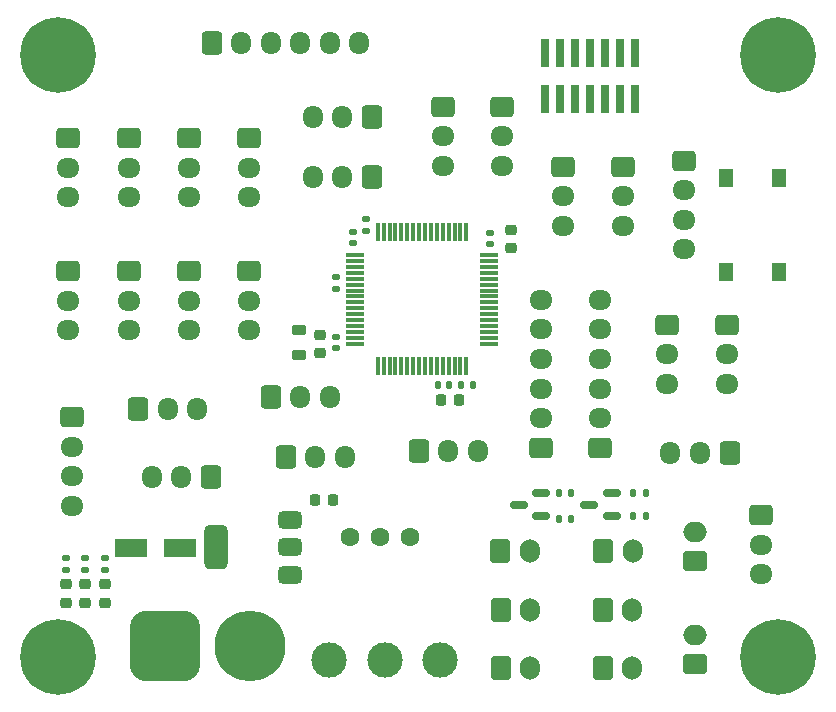
<source format=gbr>
%TF.GenerationSoftware,KiCad,Pcbnew,9.0.0*%
%TF.CreationDate,2025-03-20T15:50:57+01:00*%
%TF.ProjectId,PCB_Aquarium2,5043425f-4171-4756-9172-69756d322e6b,rev?*%
%TF.SameCoordinates,Original*%
%TF.FileFunction,Soldermask,Top*%
%TF.FilePolarity,Negative*%
%FSLAX46Y46*%
G04 Gerber Fmt 4.6, Leading zero omitted, Abs format (unit mm)*
G04 Created by KiCad (PCBNEW 9.0.0) date 2025-03-20 15:50:57*
%MOMM*%
%LPD*%
G01*
G04 APERTURE LIST*
G04 Aperture macros list*
%AMRoundRect*
0 Rectangle with rounded corners*
0 $1 Rounding radius*
0 $2 $3 $4 $5 $6 $7 $8 $9 X,Y pos of 4 corners*
0 Add a 4 corners polygon primitive as box body*
4,1,4,$2,$3,$4,$5,$6,$7,$8,$9,$2,$3,0*
0 Add four circle primitives for the rounded corners*
1,1,$1+$1,$2,$3*
1,1,$1+$1,$4,$5*
1,1,$1+$1,$6,$7*
1,1,$1+$1,$8,$9*
0 Add four rect primitives between the rounded corners*
20,1,$1+$1,$2,$3,$4,$5,0*
20,1,$1+$1,$4,$5,$6,$7,0*
20,1,$1+$1,$6,$7,$8,$9,0*
20,1,$1+$1,$8,$9,$2,$3,0*%
G04 Aperture macros list end*
%ADD10RoundRect,0.250000X-0.725000X0.600000X-0.725000X-0.600000X0.725000X-0.600000X0.725000X0.600000X0*%
%ADD11O,1.950000X1.700000*%
%ADD12RoundRect,0.225000X0.250000X-0.225000X0.250000X0.225000X-0.250000X0.225000X-0.250000X-0.225000X0*%
%ADD13RoundRect,0.250000X0.750000X-0.600000X0.750000X0.600000X-0.750000X0.600000X-0.750000X-0.600000X0*%
%ADD14O,2.000000X1.700000*%
%ADD15RoundRect,0.375000X0.625000X0.375000X-0.625000X0.375000X-0.625000X-0.375000X0.625000X-0.375000X0*%
%ADD16RoundRect,0.500000X0.500000X1.400000X-0.500000X1.400000X-0.500000X-1.400000X0.500000X-1.400000X0*%
%ADD17RoundRect,0.225000X-0.225000X-0.250000X0.225000X-0.250000X0.225000X0.250000X-0.225000X0.250000X0*%
%ADD18RoundRect,0.250000X-0.600000X-0.725000X0.600000X-0.725000X0.600000X0.725000X-0.600000X0.725000X0*%
%ADD19O,1.700000X1.950000*%
%ADD20RoundRect,0.250000X0.725000X-0.600000X0.725000X0.600000X-0.725000X0.600000X-0.725000X-0.600000X0*%
%ADD21RoundRect,0.218750X0.256250X-0.218750X0.256250X0.218750X-0.256250X0.218750X-0.256250X-0.218750X0*%
%ADD22C,0.800000*%
%ADD23C,6.400000*%
%ADD24RoundRect,0.250000X0.600000X0.725000X-0.600000X0.725000X-0.600000X-0.725000X0.600000X-0.725000X0*%
%ADD25R,0.740000X2.400000*%
%ADD26RoundRect,0.140000X0.140000X0.170000X-0.140000X0.170000X-0.140000X-0.170000X0.140000X-0.170000X0*%
%ADD27RoundRect,0.218750X0.381250X-0.218750X0.381250X0.218750X-0.381250X0.218750X-0.381250X-0.218750X0*%
%ADD28RoundRect,0.250000X-0.600000X-0.750000X0.600000X-0.750000X0.600000X0.750000X-0.600000X0.750000X0*%
%ADD29O,1.700000X2.000000*%
%ADD30RoundRect,0.140000X0.170000X-0.140000X0.170000X0.140000X-0.170000X0.140000X-0.170000X-0.140000X0*%
%ADD31RoundRect,0.150000X0.587500X0.150000X-0.587500X0.150000X-0.587500X-0.150000X0.587500X-0.150000X0*%
%ADD32RoundRect,0.135000X-0.185000X0.135000X-0.185000X-0.135000X0.185000X-0.135000X0.185000X0.135000X0*%
%ADD33RoundRect,0.135000X0.135000X0.185000X-0.135000X0.185000X-0.135000X-0.185000X0.135000X-0.185000X0*%
%ADD34R,1.300000X1.550000*%
%ADD35C,3.000000*%
%ADD36RoundRect,0.225000X0.225000X0.250000X-0.225000X0.250000X-0.225000X-0.250000X0.225000X-0.250000X0*%
%ADD37RoundRect,1.500000X-1.500000X-1.500000X1.500000X-1.500000X1.500000X1.500000X-1.500000X1.500000X0*%
%ADD38C,6.000000*%
%ADD39RoundRect,0.135000X-0.135000X-0.185000X0.135000X-0.185000X0.135000X0.185000X-0.135000X0.185000X0*%
%ADD40RoundRect,0.075000X-0.700000X-0.075000X0.700000X-0.075000X0.700000X0.075000X-0.700000X0.075000X0*%
%ADD41RoundRect,0.075000X-0.075000X-0.700000X0.075000X-0.700000X0.075000X0.700000X-0.075000X0.700000X0*%
%ADD42RoundRect,0.250000X1.137500X0.550000X-1.137500X0.550000X-1.137500X-0.550000X1.137500X-0.550000X0*%
%ADD43C,1.600000*%
%ADD44RoundRect,0.225000X-0.250000X0.225000X-0.250000X-0.225000X0.250000X-0.225000X0.250000X0.225000X0*%
%ADD45RoundRect,0.140000X-0.170000X0.140000X-0.170000X-0.140000X0.170000X-0.140000X0.170000X0.140000X0*%
G04 APERTURE END LIST*
D10*
%TO.C,J38*%
X121230000Y-108660000D03*
D11*
X121230000Y-111160000D03*
X121230000Y-113660000D03*
X121230000Y-116160000D03*
%TD*%
D12*
%TO.C,C1*%
X158380000Y-94390000D03*
X158380000Y-92840000D03*
%TD*%
D10*
%TO.C,J11*%
X120900000Y-85050000D03*
D11*
X120900000Y-87550000D03*
X120900000Y-90050000D03*
%TD*%
D13*
%TO.C,J4*%
X174000000Y-120870000D03*
D14*
X174000000Y-118370000D03*
%TD*%
D10*
%TO.C,J25*%
X157650000Y-82400000D03*
D11*
X157650000Y-84900000D03*
X157650000Y-87400000D03*
%TD*%
D15*
%TO.C,U3*%
X139700000Y-122000000D03*
X139700000Y-119700000D03*
D16*
X133400000Y-119700000D03*
D15*
X139700000Y-117400000D03*
%TD*%
D10*
%TO.C,J36*%
X171600000Y-100850000D03*
D11*
X171600000Y-103350000D03*
X171600000Y-105850000D03*
%TD*%
D17*
%TO.C,C38*%
X141800000Y-115700000D03*
X143350000Y-115700000D03*
%TD*%
D18*
%TO.C,J19*%
X150550000Y-111550000D03*
D19*
X153050000Y-111550000D03*
X155550000Y-111550000D03*
%TD*%
D20*
%TO.C,J2*%
X160950000Y-111250000D03*
D11*
X160950000Y-108750000D03*
X160950000Y-106250000D03*
X160950000Y-103750000D03*
X160950000Y-101250000D03*
X160950000Y-98750000D03*
%TD*%
D18*
%TO.C,J31*%
X126800000Y-108000000D03*
D19*
X129300000Y-108000000D03*
X131800000Y-108000000D03*
%TD*%
D21*
%TO.C,D2*%
X122350000Y-124387500D03*
X122350000Y-122812500D03*
%TD*%
D10*
%TO.C,J37*%
X162800000Y-87450000D03*
D11*
X162800000Y-89950000D03*
X162800000Y-92450000D03*
%TD*%
D10*
%TO.C,J29*%
X167900000Y-87450000D03*
D11*
X167900000Y-89950000D03*
X167900000Y-92450000D03*
%TD*%
D22*
%TO.C,H4*%
X117600000Y-129000000D03*
X118302944Y-127302944D03*
X118302944Y-130697056D03*
X120000000Y-126600000D03*
D23*
X120000000Y-129000000D03*
D22*
X120000000Y-131400000D03*
X121697056Y-127302944D03*
X121697056Y-130697056D03*
X122400000Y-129000000D03*
%TD*%
D10*
%TO.C,J30*%
X136200000Y-96300000D03*
D11*
X136200000Y-98800000D03*
X136200000Y-101300000D03*
%TD*%
D10*
%TO.C,J9*%
X131100000Y-85050000D03*
D11*
X131100000Y-87550000D03*
X131100000Y-90050000D03*
%TD*%
D24*
%TO.C,J15*%
X176880000Y-111730000D03*
D19*
X174380000Y-111730000D03*
X171880000Y-111730000D03*
%TD*%
D25*
%TO.C,J35*%
X168860000Y-77800000D03*
X168860000Y-81700000D03*
X167590000Y-77800000D03*
X167590000Y-81700000D03*
X166320000Y-77800000D03*
X166320000Y-81700000D03*
X165050000Y-77800000D03*
X165050000Y-81700000D03*
X163780000Y-77800000D03*
X163780000Y-81700000D03*
X162510000Y-77800000D03*
X162510000Y-81700000D03*
X161240000Y-77800000D03*
X161240000Y-81700000D03*
%TD*%
D26*
%TO.C,C4*%
X155120000Y-105930000D03*
X154160000Y-105930000D03*
%TD*%
D10*
%TO.C,J13*%
X131100000Y-96300000D03*
D11*
X131100000Y-98800000D03*
X131100000Y-101300000D03*
%TD*%
D24*
%TO.C,J18*%
X132950000Y-113700000D03*
D19*
X130450000Y-113700000D03*
X127950000Y-113700000D03*
%TD*%
D27*
%TO.C,L1*%
X140460000Y-103430000D03*
X140460000Y-101305000D03*
%TD*%
D10*
%TO.C,J28*%
X126000000Y-96300000D03*
D11*
X126000000Y-98800000D03*
X126000000Y-101300000D03*
%TD*%
D28*
%TO.C,J22*%
X157500000Y-125020000D03*
D29*
X160000000Y-125020000D03*
%TD*%
D30*
%TO.C,C8*%
X146110000Y-92880000D03*
X146110000Y-91920000D03*
%TD*%
D31*
%TO.C,Q2*%
X166900000Y-117020000D03*
X166900000Y-115120000D03*
X165025000Y-116070000D03*
%TD*%
D26*
%TO.C,C6*%
X153150000Y-105930000D03*
X152190000Y-105930000D03*
%TD*%
D31*
%TO.C,Q1*%
X160940000Y-117020000D03*
X160940000Y-115120000D03*
X159065000Y-116070000D03*
%TD*%
D32*
%TO.C,R5*%
X120700000Y-120592500D03*
X120700000Y-121612500D03*
%TD*%
D13*
%TO.C,J5*%
X173960000Y-129610000D03*
D14*
X173960000Y-127110000D03*
%TD*%
D22*
%TO.C,H2*%
X117600000Y-78000000D03*
X118302944Y-76302944D03*
X118302944Y-79697056D03*
X120000000Y-75600000D03*
D23*
X120000000Y-78000000D03*
D22*
X120000000Y-80400000D03*
X121697056Y-76302944D03*
X121697056Y-79697056D03*
X122400000Y-78000000D03*
%TD*%
D32*
%TO.C,R6*%
X122310000Y-120592500D03*
X122310000Y-121612500D03*
%TD*%
D28*
%TO.C,J20*%
X157490000Y-120040000D03*
D29*
X159990000Y-120040000D03*
%TD*%
D28*
%TO.C,J32*%
X157500000Y-129920000D03*
D29*
X160000000Y-129920000D03*
%TD*%
D33*
%TO.C,R4*%
X169770000Y-117080000D03*
X168750000Y-117080000D03*
%TD*%
D21*
%TO.C,D1*%
X120700000Y-124387500D03*
X120700000Y-122812500D03*
%TD*%
D34*
%TO.C,SW1*%
X181050000Y-88425000D03*
X181050000Y-96375000D03*
X176550000Y-88425000D03*
X176550000Y-96375000D03*
%TD*%
D35*
%TO.C,SW2*%
X152400000Y-129200000D03*
X147700000Y-129200000D03*
X143000000Y-129200000D03*
%TD*%
D10*
%TO.C,J14*%
X179550000Y-116970000D03*
D11*
X179550000Y-119470000D03*
X179550000Y-121970000D03*
%TD*%
D10*
%TO.C,J10*%
X126000000Y-85050000D03*
D11*
X126000000Y-87550000D03*
X126000000Y-90050000D03*
%TD*%
D18*
%TO.C,J17*%
X139300000Y-112050000D03*
D19*
X141800000Y-112050000D03*
X144300000Y-112050000D03*
%TD*%
D36*
%TO.C,C10*%
X154005000Y-107240000D03*
X152455000Y-107240000D03*
%TD*%
D18*
%TO.C,J6*%
X133050000Y-77000000D03*
D19*
X135550000Y-77000000D03*
X138050000Y-77000000D03*
X140550000Y-77000000D03*
X143050000Y-77000000D03*
X145550000Y-77000000D03*
%TD*%
D10*
%TO.C,J34*%
X173000000Y-86950000D03*
D11*
X173000000Y-89450000D03*
X173000000Y-91950000D03*
X173000000Y-94450000D03*
%TD*%
D10*
%TO.C,J24*%
X152600000Y-82400000D03*
D11*
X152600000Y-84900000D03*
X152600000Y-87400000D03*
%TD*%
D22*
%TO.C,H1*%
X178600000Y-78000000D03*
X179302944Y-76302944D03*
X179302944Y-79697056D03*
X181000000Y-75600000D03*
D23*
X181000000Y-78000000D03*
D22*
X181000000Y-80400000D03*
X182697056Y-76302944D03*
X182697056Y-79697056D03*
X183400000Y-78000000D03*
%TD*%
D37*
%TO.C,J33*%
X129100000Y-128050000D03*
D38*
X136300000Y-128050000D03*
%TD*%
D24*
%TO.C,J27*%
X146600000Y-88300000D03*
D19*
X144100000Y-88300000D03*
X141600000Y-88300000D03*
%TD*%
D39*
%TO.C,R1*%
X162440000Y-115070000D03*
X163460000Y-115070000D03*
%TD*%
D30*
%TO.C,C9*%
X143540000Y-102850000D03*
X143540000Y-101890000D03*
%TD*%
D40*
%TO.C,U1*%
X145175000Y-94950000D03*
X145175000Y-95450000D03*
X145175000Y-95950000D03*
X145175000Y-96450000D03*
X145175000Y-96950000D03*
X145175000Y-97450000D03*
X145175000Y-97950000D03*
X145175000Y-98450000D03*
X145175000Y-98950000D03*
X145175000Y-99450000D03*
X145175000Y-99950000D03*
X145175000Y-100450000D03*
X145175000Y-100950000D03*
X145175000Y-101450000D03*
X145175000Y-101950000D03*
X145175000Y-102450000D03*
D41*
X147100000Y-104375000D03*
X147600000Y-104375000D03*
X148100000Y-104375000D03*
X148600000Y-104375000D03*
X149100000Y-104375000D03*
X149600000Y-104375000D03*
X150100000Y-104375000D03*
X150600000Y-104375000D03*
X151100000Y-104375000D03*
X151600000Y-104375000D03*
X152100000Y-104375000D03*
X152600000Y-104375000D03*
X153100000Y-104375000D03*
X153600000Y-104375000D03*
X154100000Y-104375000D03*
X154600000Y-104375000D03*
D40*
X156525000Y-102450000D03*
X156525000Y-101950000D03*
X156525000Y-101450000D03*
X156525000Y-100950000D03*
X156525000Y-100450000D03*
X156525000Y-99950000D03*
X156525000Y-99450000D03*
X156525000Y-98950000D03*
X156525000Y-98450000D03*
X156525000Y-97950000D03*
X156525000Y-97450000D03*
X156525000Y-96950000D03*
X156525000Y-96450000D03*
X156525000Y-95950000D03*
X156525000Y-95450000D03*
X156525000Y-94950000D03*
D41*
X154600000Y-93025000D03*
X154100000Y-93025000D03*
X153600000Y-93025000D03*
X153100000Y-93025000D03*
X152600000Y-93025000D03*
X152100000Y-93025000D03*
X151600000Y-93025000D03*
X151100000Y-93025000D03*
X150600000Y-93025000D03*
X150100000Y-93025000D03*
X149600000Y-93025000D03*
X149100000Y-93025000D03*
X148600000Y-93025000D03*
X148100000Y-93025000D03*
X147600000Y-93025000D03*
X147100000Y-93025000D03*
%TD*%
D42*
%TO.C,C39*%
X130362500Y-119750000D03*
X126237500Y-119750000D03*
%TD*%
D33*
%TO.C,R3*%
X169770000Y-115090000D03*
X168750000Y-115090000D03*
%TD*%
D32*
%TO.C,R7*%
X124000000Y-120580000D03*
X124000000Y-121600000D03*
%TD*%
D10*
%TO.C,J12*%
X176650000Y-100850000D03*
D11*
X176650000Y-103350000D03*
X176650000Y-105850000D03*
%TD*%
D30*
%TO.C,C3*%
X156630000Y-94050000D03*
X156630000Y-93090000D03*
%TD*%
D43*
%TO.C,U2*%
X149850000Y-118800000D03*
X147310000Y-118800000D03*
X144770000Y-118800000D03*
%TD*%
D30*
%TO.C,C2*%
X143600000Y-97800000D03*
X143600000Y-96840000D03*
%TD*%
D28*
%TO.C,J21*%
X166170000Y-120040000D03*
D29*
X168670000Y-120040000D03*
%TD*%
D24*
%TO.C,J26*%
X146600000Y-83250000D03*
D19*
X144100000Y-83250000D03*
X141600000Y-83250000D03*
%TD*%
D44*
%TO.C,C5*%
X142180000Y-101730000D03*
X142180000Y-103280000D03*
%TD*%
D10*
%TO.C,J8*%
X120900000Y-96300000D03*
D11*
X120900000Y-98800000D03*
X120900000Y-101300000D03*
%TD*%
D20*
%TO.C,J7*%
X165950000Y-111250000D03*
D11*
X165950000Y-108750000D03*
X165950000Y-106250000D03*
X165950000Y-103750000D03*
X165950000Y-101250000D03*
X165950000Y-98750000D03*
%TD*%
D21*
%TO.C,D3*%
X124030000Y-124375000D03*
X124030000Y-122800000D03*
%TD*%
D18*
%TO.C,J16*%
X138050000Y-107000000D03*
D19*
X140550000Y-107000000D03*
X143050000Y-107000000D03*
%TD*%
D28*
%TO.C,J3*%
X166150000Y-129920000D03*
D29*
X168650000Y-129920000D03*
%TD*%
D28*
%TO.C,J23*%
X166150000Y-125020000D03*
D29*
X168650000Y-125020000D03*
%TD*%
D10*
%TO.C,J1*%
X136200000Y-85050000D03*
D11*
X136200000Y-87550000D03*
X136200000Y-90050000D03*
%TD*%
D39*
%TO.C,R2*%
X162420000Y-117290000D03*
X163440000Y-117290000D03*
%TD*%
D22*
%TO.C,H3*%
X178600000Y-129000000D03*
X179302944Y-127302944D03*
X179302944Y-130697056D03*
X181000000Y-126600000D03*
D23*
X181000000Y-129000000D03*
D22*
X181000000Y-131400000D03*
X182697056Y-127302944D03*
X182697056Y-130697056D03*
X183400000Y-129000000D03*
%TD*%
D45*
%TO.C,C7*%
X145010000Y-92970000D03*
X145010000Y-93930000D03*
%TD*%
M02*

</source>
